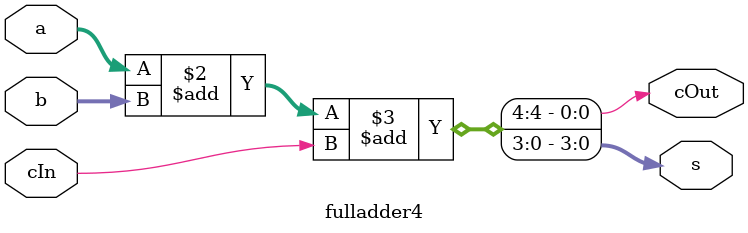
<source format=v>
module fulladder4(
  input wire [3:0] a, b,
  input wire cIn,
  output reg [3:0] s,
  output reg cOut
);

  always@* begin
    { cOut, s } = a + b + cIn;
  end

endmodule

</source>
